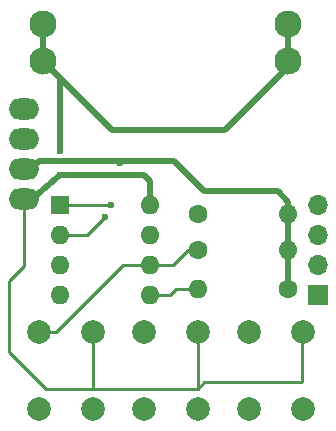
<source format=gbr>
G04 #@! TF.GenerationSoftware,KiCad,Pcbnew,(5.0.1)-4*
G04 #@! TF.CreationDate,2018-12-10T10:24:33+00:00*
G04 #@! TF.ProjectId,tinytetris,74696E797465747269732E6B69636164,rev?*
G04 #@! TF.SameCoordinates,Original*
G04 #@! TF.FileFunction,Copper,L2,Bot,Signal*
G04 #@! TF.FilePolarity,Positive*
%FSLAX46Y46*%
G04 Gerber Fmt 4.6, Leading zero omitted, Abs format (unit mm)*
G04 Created by KiCad (PCBNEW (5.0.1)-4) date 10/12/2018 10:24:33*
%MOMM*%
%LPD*%
G01*
G04 APERTURE LIST*
G04 #@! TA.AperFunction,ComponentPad*
%ADD10O,2.600000X1.800000*%
G04 #@! TD*
G04 #@! TA.AperFunction,ComponentPad*
%ADD11C,2.000000*%
G04 #@! TD*
G04 #@! TA.AperFunction,ComponentPad*
%ADD12C,1.600000*%
G04 #@! TD*
G04 #@! TA.AperFunction,ComponentPad*
%ADD13O,1.600000X1.600000*%
G04 #@! TD*
G04 #@! TA.AperFunction,ComponentPad*
%ADD14R,1.600000X1.600000*%
G04 #@! TD*
G04 #@! TA.AperFunction,ComponentPad*
%ADD15R,1.700000X1.700000*%
G04 #@! TD*
G04 #@! TA.AperFunction,ComponentPad*
%ADD16O,1.700000X1.700000*%
G04 #@! TD*
G04 #@! TA.AperFunction,ComponentPad*
%ADD17C,2.300000*%
G04 #@! TD*
G04 #@! TA.AperFunction,ViaPad*
%ADD18C,0.600000*%
G04 #@! TD*
G04 #@! TA.AperFunction,Conductor*
%ADD19C,0.250000*%
G04 #@! TD*
G04 #@! TA.AperFunction,Conductor*
%ADD20C,0.500000*%
G04 #@! TD*
G04 APERTURE END LIST*
D10*
G04 #@! TO.P,OLED 0.96'',1*
G04 #@! TO.N,N/C*
X140208000Y-95504000D03*
G04 #@! TO.P,OLED 0.96'',2*
X140208000Y-92964000D03*
G04 #@! TO.P,OLED 0.96'',3*
X140208000Y-90424000D03*
G04 #@! TO.P,OLED 0.96'',4*
X140208000Y-87884000D03*
G04 #@! TD*
D11*
G04 #@! TO.P,,2*
G04 #@! TO.N,N/C*
X163758000Y-113284000D03*
G04 #@! TO.P,,1*
X159258000Y-113284000D03*
G04 #@! TO.P,,2*
X163758000Y-106784000D03*
G04 #@! TO.P,,1*
X159258000Y-106784000D03*
G04 #@! TD*
G04 #@! TO.P,,2*
G04 #@! TO.N,N/C*
X145978000Y-113284000D03*
G04 #@! TO.P,,1*
X141478000Y-113284000D03*
G04 #@! TO.P,,2*
X145978000Y-106784000D03*
G04 #@! TO.P,,1*
X141478000Y-106784000D03*
G04 #@! TD*
D12*
G04 #@! TO.P,,1*
G04 #@! TO.N,N/C*
X154940000Y-96774000D03*
D13*
G04 #@! TO.P,,2*
X162560000Y-96774000D03*
G04 #@! TD*
D14*
G04 #@! TO.P,,1*
G04 #@! TO.N,N/C*
X143256000Y-96012000D03*
D13*
G04 #@! TO.P,,5*
X150876000Y-103632000D03*
G04 #@! TO.P,,2*
X143256000Y-98552000D03*
G04 #@! TO.P,,6*
X150876000Y-101092000D03*
G04 #@! TO.P,,3*
X143256000Y-101092000D03*
G04 #@! TO.P,,7*
X150876000Y-98552000D03*
G04 #@! TO.P,,4*
X143256000Y-103632000D03*
G04 #@! TO.P,,8*
X150876000Y-96012000D03*
G04 #@! TD*
D12*
G04 #@! TO.P,,1*
G04 #@! TO.N,N/C*
X154940000Y-99822000D03*
D13*
G04 #@! TO.P,,2*
X162560000Y-99822000D03*
G04 #@! TD*
D12*
G04 #@! TO.P,,1*
G04 #@! TO.N,N/C*
X162560000Y-103124000D03*
D13*
G04 #@! TO.P,,2*
X154940000Y-103124000D03*
G04 #@! TD*
D11*
G04 #@! TO.P,,2*
G04 #@! TO.N,N/C*
X154868000Y-113284000D03*
G04 #@! TO.P,,1*
X150368000Y-113284000D03*
G04 #@! TO.P,,2*
X154868000Y-106784000D03*
G04 #@! TO.P,,1*
X150368000Y-106784000D03*
G04 #@! TD*
D15*
G04 #@! TO.P,,1*
G04 #@! TO.N,N/C*
X165100000Y-103632000D03*
D16*
G04 #@! TO.P,,2*
X165100000Y-101092000D03*
G04 #@! TO.P,,3*
X165100000Y-98552000D03*
G04 #@! TO.P,,4*
X165100000Y-96012000D03*
G04 #@! TD*
D17*
G04 #@! TO.P,REF\002A\002A,1*
G04 #@! TO.N,N/C*
X141746000Y-83796000D03*
X141746000Y-80696000D03*
X162546000Y-80696000D03*
X162546000Y-83796000D03*
G04 #@! TD*
D18*
G04 #@! TO.N,*
X148336000Y-92456000D03*
X143256000Y-93472000D03*
X143256000Y-91440000D03*
X147066000Y-97028000D03*
X147574000Y-96012000D03*
G04 #@! TD*
D19*
G04 #@! TO.N,*
X150876000Y-103632000D02*
X152527000Y-103632000D01*
X153035000Y-103124000D02*
X154940000Y-103124000D01*
X152527000Y-103632000D02*
X153035000Y-103124000D01*
X154940000Y-99822000D02*
X154051000Y-99822000D01*
X152781000Y-101092000D02*
X150876000Y-101092000D01*
X154051000Y-99822000D02*
X152781000Y-101092000D01*
X141478000Y-106784000D02*
X142898000Y-106784000D01*
X148590000Y-101092000D02*
X150876000Y-101092000D01*
X142898000Y-106784000D02*
X148590000Y-101092000D01*
D20*
X148336000Y-92329000D02*
X148336000Y-92456000D01*
D19*
X162546000Y-83796000D02*
X162546000Y-84342000D01*
D20*
X162546000Y-84342000D02*
X157226000Y-89662000D01*
X157226000Y-89662000D02*
X147612000Y-89662000D01*
X147612000Y-89662000D02*
X141746000Y-83796000D01*
X162546000Y-80696000D02*
X162546000Y-83796000D01*
X141746000Y-83796000D02*
X141746000Y-80696000D01*
X143256000Y-86868000D02*
X143256000Y-85306000D01*
X143256000Y-86868000D02*
X143256000Y-91440000D01*
D19*
X143256000Y-85306000D02*
X141746000Y-83796000D01*
X143256000Y-98552000D02*
X145542000Y-98552000D01*
X145542000Y-98552000D02*
X147066000Y-97028000D01*
X147574000Y-96012000D02*
X143256000Y-96012000D01*
D20*
X155448000Y-94869000D02*
X161671000Y-94869000D01*
X154813000Y-94234000D02*
X155448000Y-94869000D01*
D19*
X154813000Y-94234000D02*
X154813000Y-94234000D01*
D20*
X152908000Y-92329000D02*
X154813000Y-94234000D01*
X141478000Y-92329000D02*
X148336000Y-92329000D01*
X148336000Y-92329000D02*
X152908000Y-92329000D01*
X140843000Y-92964000D02*
X141478000Y-92329000D01*
X162560000Y-95758000D02*
X162560000Y-99822000D01*
X161671000Y-94869000D02*
X162560000Y-95758000D01*
X162560000Y-99822000D02*
X162560000Y-103124000D01*
D19*
X163703000Y-106839000D02*
X163703000Y-110998000D01*
X163703000Y-110998000D02*
X155448000Y-110998000D01*
X155448000Y-110998000D02*
X154868000Y-111578000D01*
X163703000Y-106839000D02*
X163758000Y-106784000D01*
D20*
X150876000Y-96012000D02*
X150876000Y-93980000D01*
X150876000Y-93980000D02*
X150368000Y-93472000D01*
X150368000Y-93472000D02*
X143256000Y-93472000D01*
X143256000Y-93472000D02*
X140843000Y-95504000D01*
D19*
X140843000Y-95504000D02*
X140208000Y-95504000D01*
X140208000Y-92964000D02*
X140843000Y-92964000D01*
X140208000Y-101219000D02*
X140208000Y-95504000D01*
X138938000Y-102489000D02*
X140208000Y-101219000D01*
X138938000Y-108458000D02*
X138938000Y-102489000D01*
X142058000Y-111578000D02*
X138938000Y-108458000D01*
X145978000Y-111578000D02*
X142058000Y-111578000D01*
X154868000Y-111578000D02*
X145978000Y-111578000D01*
X145978000Y-111578000D02*
X145978000Y-106784000D01*
X154868000Y-111578000D02*
X154868000Y-106784000D01*
G04 #@! TD*
M02*

</source>
